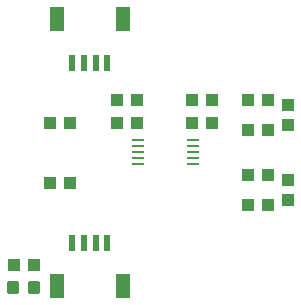
<source format=gtp>
G04 EAGLE Gerber RS-274X export*
G75*
%MOMM*%
%FSLAX34Y34*%
%LPD*%
%INSolderpaste Top*%
%IPPOS*%
%AMOC8*
5,1,8,0,0,1.08239X$1,22.5*%
G01*
%ADD10R,1.200000X2.000000*%
%ADD11R,0.600000X1.350000*%
%ADD12R,1.100000X0.250000*%
%ADD13R,1.100000X1.000000*%
%ADD14R,1.000000X1.100000*%
%ADD15C,0.300000*%


D10*
X99000Y14050D03*
X155000Y14050D03*
D11*
X112000Y50800D03*
X122000Y50800D03*
X132000Y50800D03*
X142000Y50800D03*
D12*
X167910Y122175D03*
X167910Y127175D03*
X167910Y132175D03*
X167910Y137175D03*
X167910Y117125D03*
X214160Y122175D03*
X214160Y127175D03*
X214160Y132175D03*
X214160Y137175D03*
X214160Y117125D03*
D10*
X155000Y239950D03*
X99000Y239950D03*
D11*
X142000Y203200D03*
X132000Y203200D03*
X122000Y203200D03*
X112000Y203200D03*
D13*
X277900Y107950D03*
X260900Y107950D03*
D14*
X294800Y86750D03*
X294800Y103750D03*
D13*
X260900Y82550D03*
X277900Y82550D03*
X277900Y146050D03*
X260900Y146050D03*
D14*
X294800Y167250D03*
X294800Y150250D03*
D13*
X260900Y171450D03*
X277900Y171450D03*
X167250Y152400D03*
X150250Y152400D03*
X213750Y171450D03*
X230750Y171450D03*
X167250Y171450D03*
X150250Y171450D03*
X213750Y152400D03*
X230750Y152400D03*
X93100Y101600D03*
X110100Y101600D03*
X93100Y152400D03*
X110100Y152400D03*
X62620Y31750D03*
X79620Y31750D03*
D15*
X65850Y16200D02*
X65850Y9200D01*
X58850Y9200D01*
X58850Y16200D01*
X65850Y16200D01*
X65850Y12050D02*
X58850Y12050D01*
X58850Y14900D02*
X65850Y14900D01*
X83390Y16200D02*
X83390Y9200D01*
X76390Y9200D01*
X76390Y16200D01*
X83390Y16200D01*
X83390Y12050D02*
X76390Y12050D01*
X76390Y14900D02*
X83390Y14900D01*
M02*

</source>
